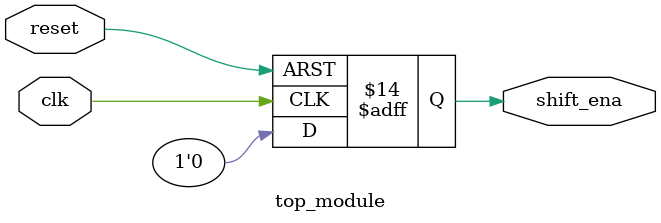
<source format=sv>
module top_module(
	input clk,
	input reset,
	output shift_ena);

	reg [2:0] state, next_state;

	always @(posedge clk or posedge reset) begin
		if (reset) begin
			state <= 3'b000;
		end else begin
			state <= next_state;
		end
	end

	always @(state) begin
		case (state)
			3'b000: begin
				if (bit_pattern_detected) begin
					next_state <= 3'b001;
				end else begin
					next_state <= 3'b000;
				end
			end
			3'b001: begin
				next_state <= 3'b010;
			end
			3'b010: begin
				next_state <= 3'b011;
			end
			3'b011: begin
				next_state <= 3'b100;
			end
			3'b100: begin
				next_state <= 3'b000;
			end
			default: begin
				next_state <= 3'b000;
			end
		endcase
	end

	always @(posedge clk or posedge reset) begin
		if (reset) begin
			shift_ena <= 1'b1;
		end else begin
			shift_ena <= 1'b0;
		end
	end
	
endmodule

</source>
